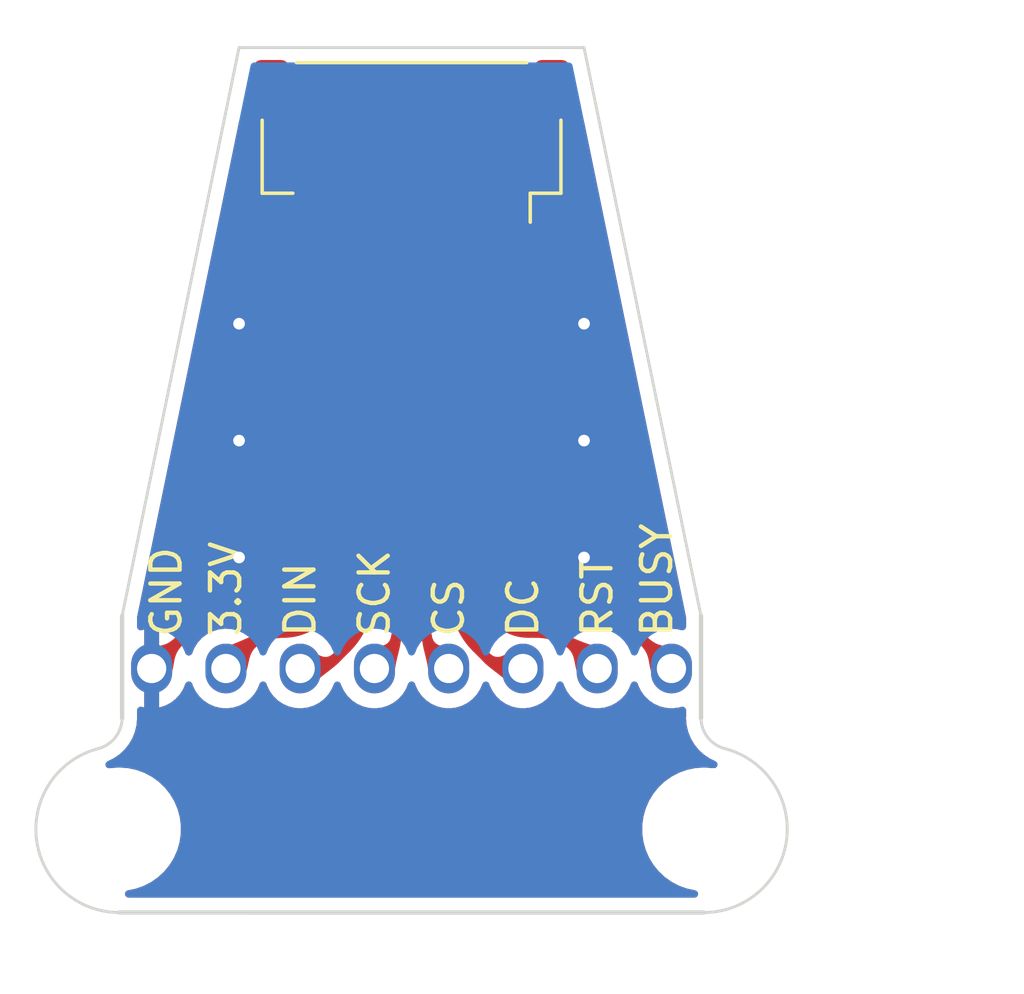
<source format=kicad_pcb>
(kicad_pcb (version 20211014) (generator pcbnew)
  (title_block (title "ALOIDIA Keyboard 1.02 inch e-Paper Display Module PCB") (comment 2 "Author: Vincent Nguyen"))
  (layers (0 "F.Cu" signal) (31 "B.Cu" signal) (34 "B.Paste" user) (35 "F.Paste" user) (36 "B.SilkS" user "B.Silkscreen") (37 "F.SilkS" user "F.Silkscreen") (38 "B.Mask" user) (39 "F.Mask" user) (44 "Edge.Cuts" user))
  (net 0 "")
  (net 1 "GND")
  (net 2 "+3.3V")
  (net 3 "DIN")
  (net 4 "SCK")
  (net 5 "CS")
  (net 6 "DC")
  (net 7 "RST")
  (net 8 "BUSY")
  (footprint "MountingHole:MountingHole_3.2mm_M3" (layer "F.Cu") (at 160 80.5)
    (fp_text reference "H1" hide)
    (fp_text value "3.2mm_M3")
    (pad "" np_thru_hole circle (at 0 0) (size 3.2 3.2) (drill 3.2) (layers *.Cu *.Mask))
  )
  (footprint "Connector_JST:JST_SH_SM08B-SRSS-TB_1x08-1MP_P1.00mm_Horizontal" (layer "F.Cu") (at 150 56.95 180)
    (fp_text reference "J2" hide)
    (fp_text value "SM08B-SRSS-TB(LF)(SN)")
    (fp_line (start -5.11 0.715) (end -5.11 -1.785) (layer "F.SilkS") (width 0.12))
    (fp_line (start 5.11 -1.785) (end 4.06 -1.785) (layer "F.SilkS") (width 0.12))
    (fp_line (start -5.11 -1.785) (end -4.06 -1.785) (layer "F.SilkS") (width 0.12))
    (fp_line (start 5.11 0.715) (end 5.11 -1.785) (layer "F.SilkS") (width 0.12))
    (fp_line (start -4.06 -1.785) (end -4.06 -2.775) (layer "F.SilkS") (width 0.12))
    (fp_line (start -3.94 2.685) (end 3.94 2.685) (layer "F.SilkS") (width 0.12))
    (pad "1" smd roundrect (at -3.5 -2 180) (size 0.6 1.55) (layers "F.Cu" "F.Paste" "F.Mask") (net 8 "BUSY"))
    (pad "2" smd roundrect (at -2.5 -2 180) (size 0.6 1.55) (layers "F.Cu" "F.Paste" "F.Mask") (net 7 "RST"))
    (pad "3" smd roundrect (at -1.5 -2 180) (size 0.6 1.55) (layers "F.Cu" "F.Paste" "F.Mask") (net 6 "DC"))
    (pad "4" smd roundrect (at -0.5 -2 180) (size 0.6 1.55) (layers "F.Cu" "F.Paste" "F.Mask") (net 5 "CS"))
    (pad "5" smd roundrect (at 0.5 -2 180) (size 0.6 1.55) (layers "F.Cu" "F.Paste" "F.Mask") (net 4 "SCK"))
    (pad "6" smd roundrect (at 1.5 -2 180) (size 0.6 1.55) (layers "F.Cu" "F.Paste" "F.Mask") (net 3 "DIN"))
    (pad "7" smd roundrect (at 2.5 -2 180) (size 0.6 1.55) (layers "F.Cu" "F.Paste" "F.Mask") (net 2 "+3.3V"))
    (pad "8" smd roundrect (at 3.5 -2 180) (size 0.6 1.55) (layers "F.Cu" "F.Paste" "F.Mask") (net 1 "GND"))
    (pad "MP" smd roundrect (at -4.8 1.875 180) (size 1.2 1.8) (layers "F.Cu" "F.Paste" "F.Mask") (roundrect_rratio 0.208333))
    (pad "MP" smd roundrect (at 4.8 1.875 180) (size 1.2 1.8) (layers "F.Cu" "F.Paste" "F.Mask") (roundrect_rratio 0.208333))
  )
  (footprint "MountingHole:MountingHole_3.2mm_M3" (layer "F.Cu") (at 140 80.5)
    (fp_text reference "H2" hide)
    (fp_text value "3.2mm_M3")
    (pad "" np_thru_hole circle (at 0 0) (size 3.2 3.2) (drill 3.2) (layers *.Cu *.Mask))
  )
  (footprint "Connector_PinHeader_2.54mm:PinHeader_1x08_P2.54mm_Vertical" (layer "B.Cu") (at 150 75 -90)
    (fp_text reference "J1" hide)
    (fp_text value "01x08 2.54mm Pin Headers ")
    (pad "1" thru_hole oval (at 0 8.89 270) (size 1.7 1.4) (drill 1) (layers *.Cu *.Mask) (net 1 "GND"))
    (pad "2" thru_hole oval (at 0 6.35 270) (size 1.7 1.4) (drill 1) (layers *.Cu *.Mask) (net 2 "+3.3V"))
    (pad "3" thru_hole oval (at 0 3.81 270) (size 1.7 1.4) (drill 1) (layers *.Cu *.Mask) (net 3 "DIN"))
    (pad "4" thru_hole oval (at 0 1.27 270) (size 1.7 1.4) (drill 1) (layers *.Cu *.Mask) (net 4 "SCK"))
    (pad "5" thru_hole oval (at 0 -1.27 270) (size 1.7 1.4) (drill 1) (layers *.Cu *.Mask) (net 5 "CS"))
    (pad "6" thru_hole oval (at 0 -3.81 270) (size 1.7 1.4) (drill 1) (layers *.Cu *.Mask) (net 6 "DC"))
    (pad "7" thru_hole oval (at 0 -6.35 270) (size 1.7 1.4) (drill 1) (layers *.Cu *.Mask) (net 7 "RST"))
    (pad "8" thru_hole oval (at 0 -8.89 270) (size 1.7 1.4) (drill 1) (layers *.Cu *.Mask) (net 8 "BUSY"))
  )
  (gr_arc (start 140.1 76.7) (mid 139.855841 77.371395) (end 139.25 77.75) (layer "Edge.Cuts") (width 0.1))
  (gr_line (start 159.9 73.2) (end 159.9 76.7) (layer "Edge.Cuts") (width 0.15))
  (gr_arc (start 160.75 77.75) (mid 162.825216 80.878347) (end 160 83.350438) (layer "Edge.Cuts") (width 0.1))
  (gr_line (start 144.1 53.75) (end 155.9 53.75) (layer "Edge.Cuts") (width 0.1))
  (gr_line (start 140.1 73.2) (end 140.1 76.7) (layer "Edge.Cuts") (width 0.15))
  (gr_line (start 140 83.35) (end 160 83.350438) (layer "Edge.Cuts") (width 0.15))
  (gr_line (start 159.9 73.2) (end 155.9 53.75) (layer "Edge.Cuts") (width 0.1))
  (gr_arc (start 160.75 77.75) (mid 160.144162 77.371393) (end 159.9 76.7) (layer "Edge.Cuts") (width 0.1))
  (gr_line (start 140.1 73.2) (end 144.1 53.75) (layer "Edge.Cuts") (width 0.1))
  (gr_arc (start 140 83.35) (mid 137.174999 80.878124) (end 139.25 77.75) (layer "Edge.Cuts") (width 0.1))
  (gr_text "3.3V" (at 143.65 74 -270) (layer "F.SilkS") (effects (font (size 1 1)) (justify left)))
  (gr_text "RST" (at 156.35 74 -270) (layer "F.SilkS") (effects (font (size 1 1)) (justify left)))
  (gr_text "BUSY" (at 158.39 74 -270) (layer "F.SilkS") (effects (font (size 1 1)) (justify left)))
  (gr_text "DC" (at 153.81 74 -270) (layer "F.SilkS") (effects (font (size 1 1)) (justify left)))
  (gr_text "CS" (at 151.27 74 -270) (layer "F.SilkS") (effects (font (size 1 1)) (justify left)))
  (gr_text "SCK" (at 148.73 74 -270) (layer "F.SilkS") (effects (font (size 1 1)) (justify left)))
  (gr_text "DIN" (at 146.19 74 -270) (layer "F.SilkS") (effects (font (size 1 1)) (justify left)))
  (gr_text "GND" (at 141.61 74 90) (layer "F.SilkS") (effects (font (size 1 1)) (justify left)))
  (segment (start 141.11 75) (end 142.191263 73.918736) (width 0.35) (layer "F.Cu") (net 1))
  (segment (start 146.5 71.925735) (end 146.5 58.95) (width 0.35) (layer "F.Cu") (net 1))
  (segment (start 144.53 72.95) (end 145.475735 72.95) (width 0.35) (layer "F.Cu") (net 1))
  (via (at 155.9 71.2) (size 0.8) (drill 0.4) (layers "F.Cu" "B.Cu") (net 1))
  (via (at 144.1 67.2) (size 0.8) (drill 0.4) (layers "F.Cu" "B.Cu") (net 1))
  (via (at 144.1 63.2) (size 0.8) (drill 0.4) (layers "F.Cu" "B.Cu") (net 1))
  (via (at 144.1 71.2) (size 0.8) (drill 0.4) (layers "F.Cu" "B.Cu") (net 1))
  (via (at 155.9 67.2) (size 0.8) (drill 0.4) (layers "F.Cu" "B.Cu") (net 1))
  (via (at 155.9 63.2) (size 0.8) (drill 0.4) (layers "F.Cu" "B.Cu") (net 1))
  (arc (start 142.191263 73.918736) (mid 143.264284 73.201766) (end 144.53 72.95) (width 0.35) (layer "F.Cu") (net 1))
  (arc (start 146.2 72.65) (mid 146.422032 72.317704) (end 146.5 71.925735) (width 0.35) (layer "F.Cu") (net 1))
  (arc (start 145.475735 72.95) (mid 145.867704 72.872032) (end 146.2 72.65) (width 0.35) (layer "F.Cu") (net 1))
  (segment (start 147.5 71.854504) (end 147.5 58.95) (width 0.35) (layer "F.Cu") (net 2))
  (segment (start 146.90533 73.244669) (end 146.937499 73.212499) (width 0.35) (layer "F.Cu") (net 2))
  (segment (start 143.65 75) (end 144.344669 74.30533) (width 0.35) (layer "F.Cu") (net 2))
  (arc (start 144.344669 74.30533) (mid 144.93209 73.912828) (end 145.625 73.775) (width 0.35) (layer "F.Cu") (net 2))
  (arc (start 146.937499 73.212499) (mid 147.35381 72.589446) (end 147.5 71.854504) (width 0.35) (layer "F.Cu") (net 2))
  (arc (start 145.625 73.775) (mid 146.317909 73.637171) (end 146.90533 73.244669) (width 0.35) (layer "F.Cu") (net 2))
  (segment (start 146.19 75) (end 146.62486 75) (width 0.35) (layer "F.Cu") (net 3))
  (segment (start 147.367212 74.692507) (end 147.77986 74.27986) (width 0.35) (layer "F.Cu") (net 3))
  (segment (start 148.5 72.541288) (end 148.5 58.95) (width 0.35) (layer "F.Cu") (net 3))
  (arc (start 147.77986 74.27986) (mid 148.312841 73.482196) (end 148.5 72.541288) (width 0.35) (layer "F.Cu") (net 3))
  (arc (start 146.62486 75) (mid 147.026618 74.920085) (end 147.367212 74.692507) (width 0.35) (layer "F.Cu") (net 3))
  (segment (start 149.5 73.685527) (end 149.5 58.95) (width 0.35) (layer "F.Cu") (net 4))
  (segment (start 148.73 75) (end 149.115 74.615) (width 0.35) (layer "F.Cu") (net 4))
  (arc (start 149.115 74.615) (mid 149.399941 74.188554) (end 149.5 73.685527) (width 0.35) (layer "F.Cu") (net 4))
  (segment (start 150.5 73.685527) (end 150.5 58.95) (width 0.35) (layer "F.Cu") (net 5))
  (segment (start 151.27 75) (end 150.885 74.615) (width 0.35) (layer "F.Cu") (net 5))
  (arc (start 150.885 74.615) (mid 150.600058 74.188554) (end 150.5 73.685527) (width 0.35) (layer "F.Cu") (net 5))
  (segment (start 153.81 75) (end 153.37514 75) (width 0.35) (layer "F.Cu") (net 6))
  (segment (start 152.632787 74.692507) (end 152.22014 74.27986) (width 0.35) (layer "F.Cu") (net 6))
  (segment (start 151.5 72.541288) (end 151.5 58.95) (width 0.35) (layer "F.Cu") (net 6))
  (arc (start 153.37514 75) (mid 152.973381 74.920085) (end 152.632787 74.692507) (width 0.35) (layer "F.Cu") (net 6))
  (arc (start 152.22014 74.27986) (mid 151.687158 73.482196) (end 151.5 72.541288) (width 0.35) (layer "F.Cu") (net 6))
  (segment (start 152.5 72.281281) (end 152.5 58.95) (width 0.35) (layer "F.Cu") (net 7))
  (segment (start 154.258794 73.775) (end 153.993718 73.775) (width 0.35) (layer "F.Cu") (net 7))
  (segment (start 156.35 75) (end 155.7375 74.3875) (width 0.35) (layer "F.Cu") (net 7))
  (arc (start 155.7375 74.3875) (mid 155.059063 73.934183) (end 154.258794 73.775) (width 0.35) (layer "F.Cu") (net 7))
  (arc (start 152.9375 73.3375) (mid 152.613702 72.852902) (end 152.5 72.281281) (width 0.35) (layer "F.Cu") (net 7))
  (arc (start 153.993718 73.775) (mid 153.422097 73.661297) (end 152.9375 73.3375) (width 0.35) (layer "F.Cu") (net 7))
  (segment (start 153.5 71.755025) (end 153.5 58.95) (width 0.35) (layer "F.Cu") (net 8))
  (segment (start 158.89 75) (end 157.77338 73.88338) (width 0.35) (layer "F.Cu") (net 8))
  (segment (start 155.52 72.95) (end 154.694974 72.95) (width 0.35) (layer "F.Cu") (net 8))
  (arc (start 153.85 72.6) (mid 153.590962 72.212322) (end 153.5 71.755025) (width 0.35) (layer "F.Cu") (net 8))
  (arc (start 157.77338 73.88338) (mid 156.73952 73.192577) (end 155.52 72.95) (width 0.35) (layer "F.Cu") (net 8))
  (arc (start 154.694974 72.95) (mid 154.237677 72.859037) (end 153.85 72.6) (width 0.35) (layer "F.Cu") (net 8))
  (zone (net 3) (net_name "DIN") (layer "F.Cu") (priority 16962) (connect_pads yes (clearance 0)) (min_thickness 0.0254) (fill yes (thermal_gap 0.508) (thermal_bridge_width 0.508))
    (polygon (pts (xy 147.353394 74.458838) (xy 147.255877 74.540574) (xy 147.163816 74.587571) (xy 147.075435 74.60502) (xy 146.98896 74.598108) (xy 146.902614 74.572027) (xy 146.814624 74.531965) (xy 146.723214 74.483113) (xy 146.626608 74.430659) (xy 146.523032 74.379794) (xy 146.410712 74.335707) (xy 145.842965 75.045458) (xy 146.684974 75.494975) (xy 146.789076 75.394436) (xy 146.881418 75.311764) (xy 146.965369 75.242067) (xy 147.044294 75.180449) (xy 147.121561 75.122016) (xy 147.200537 75.061873) (xy 147.28459 74.995127) (xy 147.377087 74.916883) (xy 147.481394 74.822247) (xy 147.600881 74.706325)))
  )
  (zone (net 1) (net_name "GND") (layers F&B.Cu) (connect_pads (clearance 0.508)) (min_thickness 0.254) (fill yes (thermal_gap 0.508) (thermal_bridge_width 0.508))
    (polygon (pts (xy 163.75 80.5) (xy 163.75 84.25) (xy 136.25 84.25) (xy 136.25 80.5) (xy 143.75 53.25) (xy 156.25 53.25)))
  )
  (zone (net 4) (net_name "SCK") (layer "F.Cu") (priority 16962) (connect_pads yes (clearance 0)) (min_thickness 0.0254) (fill yes (thermal_gap 0.508) (thermal_bridge_width 0.508))
    (polygon (pts (xy 149.315214 73.834526) (xy 149.286206 73.96499) (xy 149.239658 74.062838) (xy 149.177445 74.133756) (xy 149.101444 74.183429) (xy 149.013529 74.217544) (xy 148.915578 74.241788) (xy 148.809467 74.261847) (xy 148.697071 74.283408) (xy 148.580266 74.312156) (xy 148.46093 74.35378) (xy 148.497844 75.261922) (xy 149.423987 75.091546) (xy 149.445477 74.945281) (xy 149.467876 74.820672) (xy 149.491037 74.711692) (xy 149.514814 74.612316) (xy 149.53906 74.516518) (xy 149.563629 74.418272) (xy 149.588374 74.311553) (xy 149.61315 74.190334) (xy 149.637809 74.048591) (xy 149.662206 73.880298)))
  )
  (zone (net 2) (net_name "+3.3V") (layer "F.Cu") (priority 16962) (connect_pads yes (clearance 0)) (min_thickness 0.0254) (fill yes (thermal_gap 0.508) (thermal_bridge_width 0.508))
    (polygon (pts (xy 144.853942 73.755817) (xy 144.657619 73.839214) (xy 144.491825 73.910699) (xy 144.349523 73.972649) (xy 144.22368 74.027437) (xy 144.10726 74.077439) (xy 143.993227 74.125029) (xy 143.874548 74.172582) (xy 143.744186 74.222473) (xy 143.595107 74.277077) (xy 143.420277 74.338769) (xy 143.402513 75.247487) (xy 144.311231 75.229722) (xy 144.359789 75.071552) (xy 144.395672 74.924816) (xy 144.425241 74.788811) (xy 144.454858 74.662837) (xy 144.490885 74.546192) (xy 144.539684 74.438174) (xy 144.607618 74.338082) (xy 144.701049 74.245216) (xy 144.826338 74.158872) (xy 144.989848 74.078351)))
  )
  (zone (net 5) (net_name "CS") (layer "F.Cu") (priority 16962) (connect_pads yes (clearance 0)) (min_thickness 0.0254) (fill yes (thermal_gap 0.508) (thermal_bridge_width 0.508))
    (polygon (pts (xy 150.337793 73.880298) (xy 150.362189 74.048591) (xy 150.386848 74.190334) (xy 150.411624 74.311553) (xy 150.43637 74.418272) (xy 150.460939 74.516518) (xy 150.485185 74.612316) (xy 150.508962 74.711692) (xy 150.532123 74.820672) (xy 150.554522 74.945281) (xy 150.576013 75.091546) (xy 151.502156 75.261922) (xy 151.53907 74.35378) (xy 151.419732 74.312156) (xy 151.302928 74.283408) (xy 151.190532 74.261847) (xy 151.08442 74.241788) (xy 150.986469 74.217544) (xy 150.898555 74.183429) (xy 150.822553 74.133756) (xy 150.76034 74.062839) (xy 150.713792 73.964991) (xy 150.684785 73.834526)))
  )
  (zone (net 6) (net_name "DC") (layer "F.Cu") (priority 16962) (connect_pads yes (clearance 0)) (min_thickness 0.0254) (fill yes (thermal_gap 0.508) (thermal_bridge_width 0.508))
    (polygon (pts (xy 152.399119 74.706326) (xy 152.518604 74.822248) (xy 152.622912 74.916884) (xy 152.715409 74.995128) (xy 152.799462 75.061874) (xy 152.878438 75.122016) (xy 152.955706 75.180449) (xy 153.034631 75.242067) (xy 153.118581 75.311764) (xy 153.210923 75.394435) (xy 153.315026 75.494974) (xy 154.157035 75.045458) (xy 153.589288 74.335707) (xy 153.476966 74.379794) (xy 153.373391 74.430659) (xy 153.276785 74.483113) (xy 153.185375 74.531966) (xy 153.097385 74.572028) (xy 153.011039 74.598109) (xy 152.924564 74.605021) (xy 152.836183 74.587572) (xy 152.744122 74.540575) (xy 152.646606 74.458839)))
  )
  (zone (net 7) (net_name "RST") (layer "F.Cu") (priority 16962) (connect_pads yes (clearance 0)) (min_thickness 0.0254) (fill yes (thermal_gap 0.508) (thermal_bridge_width 0.508))
    (polygon (pts (xy 155.093421 74.141316) (xy 155.241009 74.223733) (xy 155.352812 74.309507) (xy 155.434911 74.399582) (xy 155.493387 74.4949) (xy 155.534323 74.596404) (xy 155.5638 74.705037) (xy 155.587902 74.821743) (xy 155.612709 74.947463) (xy 155.644304 75.083142) (xy 155.688769 75.229722) (xy 156.597487 75.247487) (xy 156.579722 74.338769) (xy 156.417606 74.283441) (xy 156.278137 74.237311) (xy 156.155216 74.197269) (xy 156.042746 74.160204) (xy 155.934628 74.12301) (xy 155.824763 74.082576) (xy 155.707052 74.035793) (xy 155.575399 73.979552) (xy 155.423703 73.910745) (xy 155.245867 73.826262)))
  )
  (zone (net 1) (net_name "GND") (layer "F.Cu") (priority 16962) (connect_pads yes (clearance 0)) (min_thickness 0.0254) (fill yes (thermal_gap 0.508) (thermal_bridge_width 0.508))
    (polygon (pts (xy 141.969133 73.893379) (xy 141.850576 74.002403) (xy 141.742404 74.083355) (xy 141.641528 74.141388) (xy 141.544861 74.181656) (xy 141.449313 74.20931) (xy 141.351797 74.229506) (xy 141.249223 74.247396) (xy 141.138505 74.268135) (xy 141.016552 74.296874) (xy 140.880278 74.338769) (xy 140.862513 75.247487) (xy 141.771231 75.229722) (xy 141.813125 75.093447) (xy 141.841864 74.971494) (xy 141.862603 74.860775) (xy 141.880493 74.758202) (xy 141.900689 74.660686) (xy 141.928344 74.565138) (xy 141.968611 74.46847) (xy 142.026644 74.367595) (xy 142.107596 74.259423) (xy 142.216621 74.140866)))
  )
  (zone (net 8) (net_name "BUSY") (layer "F.Cu") (priority 16962) (connect_pads yes (clearance 0)) (min_thickness 0.0254) (fill yes (thermal_gap 0.508) (thermal_bridge_width 0.508))
    (polygon (pts (xy 157.783379 74.140866) (xy 157.892403 74.259422) (xy 157.973355 74.367595) (xy 158.031388 74.46847) (xy 158.071655 74.565138) (xy 158.09931 74.660686) (xy 158.119506 74.758202) (xy 158.137396 74.860775) (xy 158.158135 74.971494) (xy 158.186874 75.093447) (xy 158.228769 75.229722) (xy 159.137487 75.247487) (xy 159.119722 74.338769) (xy 158.983447 74.296874) (xy 158.861494 74.268135) (xy 158.750775 74.247396) (xy 158.648202 74.229506) (xy 158.550686 74.20931) (xy 158.455138 74.181655) (xy 158.35847 74.141388) (xy 158.257595 74.083355) (xy 158.149422 74.002403) (xy 158.030866 73.893379)))
  )
)
</source>
